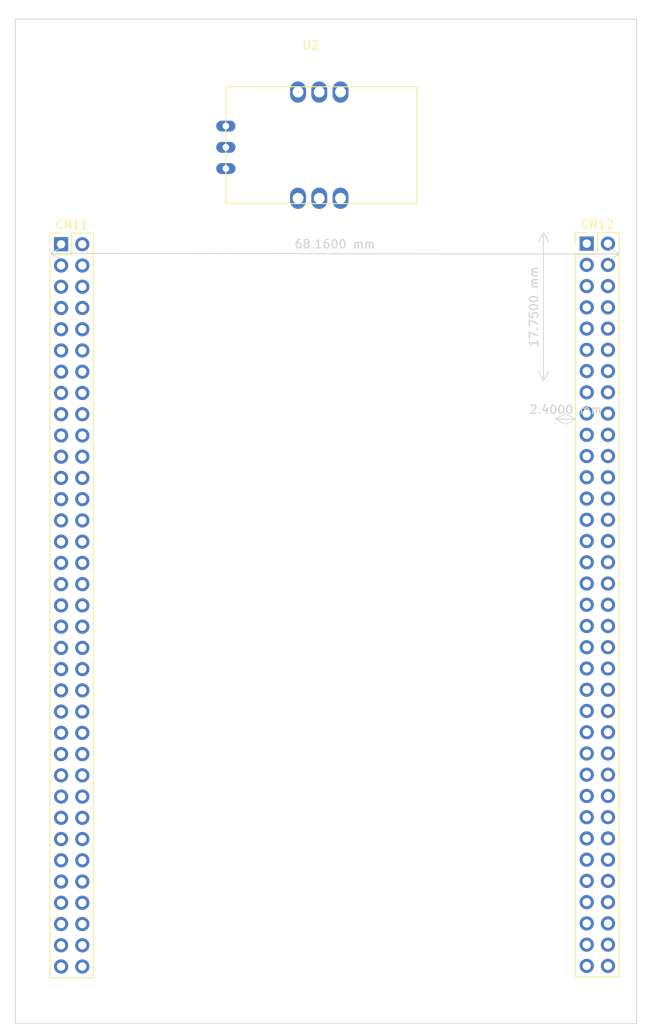
<source format=kicad_pcb>
(kicad_pcb (version 20211014) (generator pcbnew)
  (layers (0 "F.Cu" signal) (31 "B.Cu" signal) (34 "B.Paste" user) (35 "F.Paste" user) (36 "B.SilkS" user "B.Silkscreen") (37 "F.SilkS" user "F.Silkscreen") (38 "B.Mask" user) (39 "F.Mask" user) (44 "Edge.Cuts" user))
  (net 0 "")
  (footprint "Sensing lib:LEM-CAS-6-NP" (layer "F.Cu") (at 140.716 29.718)
    (fp_text reference "U2" (at 0 -0.5 unlocked) (layer "F.SilkS"))
    (fp_text value "LEM-CAS-6-NP")
    (fp_rect (start -10.16 18.415) (end -10.16 4.445) (layer "F.SilkS") (width 0.12) (fill none))
    (fp_rect (start -10.16 18.415) (end 12.7 18.415) (layer "F.SilkS") (width 0.12) (fill none))
    (fp_rect (start -10.16 4.445) (end 12.7 4.445) (layer "F.SilkS") (width 0.12) (fill none))
    (fp_rect (start 12.7 4.445) (end 12.7 18.415) (layer "F.SilkS") (width 0.12) (fill none))
    (pad "1" thru_hole oval (at -10.16 9.144) (size 2.3 1.3) (drill oval 0.8) (layers *.Cu *.Mask))
    (pad "2" thru_hole oval (at -10.16 11.684) (size 2.3 1.3) (drill oval 0.8) (layers *.Cu *.Mask))
    (pad "3" thru_hole oval (at -10.16 14.224) (size 2.3 1.3) (drill oval 0.8) (layers *.Cu *.Mask))
    (pad "4" thru_hole oval (at -1.524 5.08) (size 1.9 2.54) (drill 1.3) (layers *.Cu *.Mask))
    (pad "5" thru_hole oval (at 1.016 5.08) (size 1.9 2.54) (drill 1.3) (layers *.Cu *.Mask))
    (pad "6" thru_hole oval (at 3.556 5.08) (size 1.9 2.54) (drill 1.3) (layers *.Cu *.Mask))
    (pad "7" thru_hole oval (at -1.524 17.78) (size 1.9 2.54) (drill 1.3) (layers *.Cu *.Mask))
    (pad "8" thru_hole oval (at 1.016 17.78) (size 1.9 2.54) (drill 1.3) (layers *.Cu *.Mask))
    (pad "9" thru_hole oval (at 3.556 17.78) (size 1.9 2.54) (drill 1.3) (layers *.Cu *.Mask))
  )
  (footprint "Connector_PinHeader_2.54mm:PinHeader_2x35_P2.54mm_Vertical" (layer "F.Cu") (at 110.845 52.995)
    (fp_text reference "CN11" (at 1.27 -2.33) (layer "F.SilkS"))
    (fp_text value "Conn_02x35_Odd_Even")
    (fp_line (start -1.33 -1.33) (end 0 -1.33) (layer "F.SilkS") (width 0.12))
    (fp_line (start -1.33 1.27) (end 1.27 1.27) (layer "F.SilkS") (width 0.12))
    (fp_line (start -1.33 0) (end -1.33 -1.33) (layer "F.SilkS") (width 0.12))
    (fp_line (start 3.87 -1.33) (end 3.87 87.69) (layer "F.SilkS") (width 0.12))
    (fp_line (start -1.33 87.69) (end 3.87 87.69) (layer "F.SilkS") (width 0.12))
    (fp_line (start 1.27 -1.33) (end 3.87 -1.33) (layer "F.SilkS") (width 0.12))
    (fp_line (start -1.33 1.27) (end -1.33 87.69) (layer "F.SilkS") (width 0.12))
    (fp_line (start 1.27 1.27) (end 1.27 -1.33) (layer "F.SilkS") (width 0.12))
    (pad "1" thru_hole rect (at 0 0) (size 1.7 1.7) (drill 1) (layers *.Cu *.Mask))
    (pad "2" thru_hole oval (at 2.54 0) (size 1.7 1.7) (drill 1) (layers *.Cu *.Mask))
    (pad "3" thru_hole oval (at 0 2.54) (size 1.7 1.7) (drill 1) (layers *.Cu *.Mask))
    (pad "4" thru_hole oval (at 2.54 2.54) (size 1.7 1.7) (drill 1) (layers *.Cu *.Mask))
    (pad "5" thru_hole oval (at 0 5.08) (size 1.7 1.7) (drill 1) (layers *.Cu *.Mask))
    (pad "6" thru_hole oval (at 2.54 5.08) (size 1.7 1.7) (drill 1) (layers *.Cu *.Mask))
    (pad "7" thru_hole oval (at 0 7.62) (size 1.7 1.7) (drill 1) (layers *.Cu *.Mask))
    (pad "8" thru_hole oval (at 2.54 7.62) (size 1.7 1.7) (drill 1) (layers *.Cu *.Mask))
    (pad "9" thru_hole oval (at 0 10.16) (size 1.7 1.7) (drill 1) (layers *.Cu *.Mask))
    (pad "10" thru_hole oval (at 2.54 10.16) (size 1.7 1.7) (drill 1) (layers *.Cu *.Mask))
    (pad "11" thru_hole oval (at 0 12.7) (size 1.7 1.7) (drill 1) (layers *.Cu *.Mask))
    (pad "12" thru_hole oval (at 2.54 12.7) (size 1.7 1.7) (drill 1) (layers *.Cu *.Mask))
    (pad "13" thru_hole oval (at 0 15.24) (size 1.7 1.7) (drill 1) (layers *.Cu *.Mask))
    (pad "14" thru_hole oval (at 2.54 15.24) (size 1.7 1.7) (drill 1) (layers *.Cu *.Mask))
    (pad "15" thru_hole oval (at 0 17.78) (size 1.7 1.7) (drill 1) (layers *.Cu *.Mask))
    (pad "16" thru_hole oval (at 2.54 17.78) (size 1.7 1.7) (drill 1) (layers *.Cu *.Mask))
    (pad "17" thru_hole oval (at 0 20.32) (size 1.7 1.7) (drill 1) (layers *.Cu *.Mask))
    (pad "18" thru_hole oval (at 2.54 20.32) (size 1.7 1.7) (drill 1) (layers *.Cu *.Mask))
    (pad "19" thru_hole oval (at 0 22.86) (size 1.7 1.7) (drill 1) (layers *.Cu *.Mask))
    (pad "20" thru_hole oval (at 2.54 22.86) (size 1.7 1.7) (drill 1) (layers *.Cu *.Mask))
    (pad "21" thru_hole oval (at 0 25.4) (size 1.7 1.7) (drill 1) (layers *.Cu *.Mask))
    (pad "22" thru_hole oval (at 2.54 25.4) (size 1.7 1.7) (drill 1) (layers *.Cu *.Mask))
    (pad "23" thru_hole oval (at 0 27.94) (size 1.7 1.7) (drill 1) (layers *.Cu *.Mask))
    (pad "24" thru_hole oval (at 2.54 27.94) (size 1.7 1.7) (drill 1) (layers *.Cu *.Mask))
    (pad "25" thru_hole oval (at 0 30.48) (size 1.7 1.7) (drill 1) (layers *.Cu *.Mask))
    (pad "26" thru_hole oval (at 2.54 30.48) (size 1.7 1.7) (drill 1) (layers *.Cu *.Mask))
    (pad "27" thru_hole oval (at 0 33.02) (size 1.7 1.7) (drill 1) (layers *.Cu *.Mask))
    (pad "28" thru_hole oval (at 2.54 33.02) (size 1.7 1.7) (drill 1) (layers *.Cu *.Mask))
    (pad "29" thru_hole oval (at 0 35.56) (size 1.7 1.7) (drill 1) (layers *.Cu *.Mask))
    (pad "30" thru_hole oval (at 2.54 35.56) (size 1.7 1.7) (drill 1) (layers *.Cu *.Mask))
    (pad "31" thru_hole oval (at 0 38.1) (size 1.7 1.7) (drill 1) (layers *.Cu *.Mask))
    (pad "32" thru_hole oval (at 2.54 38.1) (size 1.7 1.7) (drill 1) (layers *.Cu *.Mask))
    (pad "33" thru_hole oval (at 0 40.64) (size 1.7 1.7) (drill 1) (layers *.Cu *.Mask))
    (pad "34" thru_hole oval (at 2.54 40.64) (size 1.7 1.7) (drill 1) (layers *.Cu *.Mask))
    (pad "35" thru_hole oval (at 0 43.18) (size 1.7 1.7) (drill 1) (layers *.Cu *.Mask))
    (pad "36" thru_hole oval (at 2.54 43.18) (size 1.7 1.7) (drill 1) (layers *.Cu *.Mask))
    (pad "37" thru_hole oval (at 0 45.72) (size 1.7 1.7) (drill 1) (layers *.Cu *.Mask))
    (pad "38" thru_hole oval (at 2.54 45.72) (size 1.7 1.7) (drill 1) (layers *.Cu *.Mask))
    (pad "39" thru_hole oval (at 0 48.26) (size 1.7 1.7) (drill 1) (layers *.Cu *.Mask))
    (pad "40" thru_hole oval (at 2.54 48.26) (size 1.7 1.7) (drill 1) (layers *.Cu *.Mask))
    (pad "41" thru_hole oval (at 0 50.8) (size 1.7 1.7) (drill 1) (layers *.Cu *.Mask))
    (pad "42" thru_hole oval (at 2.54 50.8) (size 1.7 1.7) (drill 1) (layers *.Cu *.Mask))
    (pad "43" thru_hole oval (at 0 53.34) (size 1.7 1.7) (drill 1) (layers *.Cu *.Mask))
    (pad "44" thru_hole oval (at 2.54 53.34) (size 1.7 1.7) (drill 1) (layers *.Cu *.Mask))
    (pad "45" thru_hole oval (at 0 55.88) (size 1.7 1.7) (drill 1) (layers *.Cu *.Mask))
    (pad "46" thru_hole oval (at 2.54 55.88) (size 1.7 1.7) (drill 1) (layers *.Cu *.Mask))
    (pad "47" thru_hole oval (at 0 58.42) (size 1.7 1.7) (drill 1) (layers *.Cu *.Mask))
    (pad "48" thru_hole oval (at 2.54 58.42) (size 1.7 1.7) (drill 1) (layers *.Cu *.Mask))
    (pad "49" thru_hole oval (at 0 60.96) (size 1.7 1.7) (drill 1) (layers *.Cu *.Mask))
    (pad "50" thru_hole oval (at 2.54 60.96) (size 1.7 1.7) (drill 1) (layers *.Cu *.Mask))
    (pad "51" thru_hole oval (at 0 63.5) (size 1.7 1.7) (drill 1) (layers *.Cu *.Mask))
    (pad "52" thru_hole oval (at 2.54 63.5) (size 1.7 1.7) (drill 1) (layers *.Cu *.Mask))
    (pad "53" thru_hole oval (at 0 66.04) (size 1.7 1.7) (drill 1) (layers *.Cu *.Mask))
    (pad "54" thru_hole oval (at 2.54 66.04) (size 1.7 1.7) (drill 1) (layers *.Cu *.Mask))
    (pad "55" thru_hole oval (at 0 68.58) (size 1.7 1.7) (drill 1) (layers *.Cu *.Mask))
    (pad "56" thru_hole oval (at 2.54 68.58) (size 1.7 1.7) (drill 1) (layers *.Cu *.Mask))
    (pad "57" thru_hole oval (at 0 71.12) (size 1.7 1.7) (drill 1) (layers *.Cu *.Mask))
    (pad "58" thru_hole oval (at 2.54 71.12) (size 1.7 1.7) (drill 1) (layers *.Cu *.Mask))
    (pad "59" thru_hole oval (at 0 73.66) (size 1.7 1.7) (drill 1) (layers *.Cu *.Mask))
    (pad "60" thru_hole oval (at 2.54 73.66) (size 1.7 1.7) (drill 1) (layers *.Cu *.Mask))
    (pad "61" thru_hole oval (at 0 76.2) (size 1.7 1.7) (drill 1) (layers *.Cu *.Mask))
    (pad "62" thru_hole oval (at 2.54 76.2) (size 1.7 1.7) (drill 1) (layers *.Cu *.Mask))
    (pad "63" thru_hole oval (at 0 78.74) (size 1.7 1.7) (drill 1) (layers *.Cu *.Mask))
    (pad "64" thru_hole oval (at 2.54 78.74) (size 1.7 1.7) (drill 1) (layers *.Cu *.Mask))
    (pad "65" thru_hole oval (at 0 81.28) (size 1.7 1.7) (drill 1) (layers *.Cu *.Mask))
    (pad "66" thru_hole oval (at 2.54 81.28) (size 1.7 1.7) (drill 1) (layers *.Cu *.Mask))
    (pad "67" thru_hole oval (at 0 83.82) (size 1.7 1.7) (drill 1) (layers *.Cu *.Mask))
    (pad "68" thru_hole oval (at 2.54 83.82) (size 1.7 1.7) (drill 1) (layers *.Cu *.Mask))
    (pad "69" thru_hole oval (at 0 86.36) (size 1.7 1.7) (drill 1) (layers *.Cu *.Mask))
    (pad "70" thru_hole oval (at 2.54 86.36) (size 1.7 1.7) (drill 1) (layers *.Cu *.Mask))
  )
  (footprint "Connector_PinHeader_2.54mm:PinHeader_2x35_P2.54mm_Vertical" (layer "F.Cu") (at 173.73 52.92)
    (fp_text reference "CN12" (at 1.27 -2.33) (layer "F.SilkS"))
    (fp_text value "Conn_02x35_Odd_Even")
    (fp_line (start -1.33 0) (end -1.33 -1.33) (layer "F.SilkS") (width 0.12))
    (fp_line (start 1.27 -1.33) (end 3.87 -1.33) (layer "F.SilkS") (width 0.12))
    (fp_line (start 3.87 -1.33) (end 3.87 87.69) (layer "F.SilkS") (width 0.12))
    (fp_line (start 1.27 1.27) (end 1.27 -1.33) (layer "F.SilkS") (width 0.12))
    (fp_line (start -1.33 1.27) (end 1.27 1.27) (layer "F.SilkS") (width 0.12))
    (fp_line (start -1.33 -1.33) (end 0 -1.33) (layer "F.SilkS") (width 0.12))
    (fp_line (start -1.33 1.27) (end -1.33 87.69) (layer "F.SilkS") (width 0.12))
    (fp_line (start -1.33 87.69) (end 3.87 87.69) (layer "F.SilkS") (width 0.12))
    (pad "1" thru_hole rect (at 0 0) (size 1.7 1.7) (drill 1) (layers *.Cu *.Mask))
    (pad "2" thru_hole oval (at 2.54 0) (size 1.7 1.7) (drill 1) (layers *.Cu *.Mask))
    (pad "3" thru_hole oval (at 0 2.54) (size 1.7 1.7) (drill 1) (layers *.Cu *.Mask))
    (pad "4" thru_hole oval (at 2.54 2.54) (size 1.7 1.7) (drill 1) (layers *.Cu *.Mask))
    (pad "5" thru_hole oval (at 0 5.08) (size 1.7 1.7) (drill 1) (layers *.Cu *.Mask))
    (pad "6" thru_hole oval (at 2.54 5.08) (size 1.7 1.7) (drill 1) (layers *.Cu *.Mask))
    (pad "7" thru_hole oval (at 0 7.62) (size 1.7 1.7) (drill 1) (layers *.Cu *.Mask))
    (pad "8" thru_hole oval (at 2.54 7.62) (size 1.7 1.7) (drill 1) (layers *.Cu *.Mask))
    (pad "9" thru_hole oval (at 0 10.16) (size 1.7 1.7) (drill 1) (layers *.Cu *.Mask))
    (pad "10" thru_hole oval (at 2.54 10.16) (size 1.7 1.7) (drill 1) (layers *.Cu *.Mask))
    (pad "11" thru_hole oval (at 0 12.7) (size 1.7 1.7) (drill 1) (layers *.Cu *.Mask))
    (pad "12" thru_hole oval (at 2.54 12.7) (size 1.7 1.7) (drill 1) (layers *.Cu *.Mask))
    (pad "13" thru_hole oval (at 0 15.24) (size 1.7 1.7) (drill 1) (layers *.Cu *.Mask))
    (pad "14" thru_hole oval (at 2.54 15.24) (size 1.7 1.7) (drill 1) (layers *.Cu *.Mask))
    (pad "15" thru_hole oval (at 0 17.78) (size 1.7 1.7) (drill 1) (layers *.Cu *.Mask))
    (pad "16" thru_hole oval (at 2.54 17.78) (size 1.7 1.7) (drill 1) (layers *.Cu *.Mask))
    (pad "17" thru_hole oval (at 0 20.32) (size 1.7 1.7) (drill 1) (layers *.Cu *.Mask))
    (pad "18" thru_hole oval (at 2.54 20.32) (size 1.7 1.7) (drill 1) (layers *.Cu *.Mask))
    (pad "19" thru_hole oval (at 0 22.86) (size 1.7 1.7) (drill 1) (layers *.Cu *.Mask))
    (pad "20" thru_hole oval (at 2.54 22.86) (size 1.7 1.7) (drill 1) (layers *.Cu *.Mask))
    (pad "21" thru_hole oval (at 0 25.4) (size 1.7 1.7) (drill 1) (layers *.Cu *.Mask))
    (pad "22" thru_hole oval (at 2.54 25.4) (size 1.7 1.7) (drill 1) (layers *.Cu *.Mask))
    (pad "23" thru_hole oval (at 0 27.94) (size 1.7 1.7) (drill 1) (layers *.Cu *.Mask))
    (pad "24" thru_hole oval (at 2.54 27.94) (size 1.7 1.7) (drill 1) (layers *.Cu *.Mask))
    (pad "25" thru_hole oval (at 0 30.48) (size 1.7 1.7) (drill 1) (layers *.Cu *.Mask))
    (pad "26" thru_hole oval (at 2.54 30.48) (size 1.7 1.7) (drill 1) (layers *.Cu *.Mask))
    (pad "27" thru_hole oval (at 0 33.02) (size 1.7 1.7) (drill 1) (layers *.Cu *.Mask))
    (pad "28" thru_hole oval (at 2.54 33.02) (size 1.7 1.7) (drill 1) (layers *.Cu *.Mask))
    (pad "29" thru_hole oval (at 0 35.56) (size 1.7 1.7) (drill 1) (layers *.Cu *.Mask))
    (pad "30" thru_hole oval (at 2.54 35.56) (size 1.7 1.7) (drill 1) (layers *.Cu *.Mask))
    (pad "31" thru_hole oval (at 0 38.1) (size 1.7 1.7) (drill 1) (layers *.Cu *.Mask))
    (pad "32" thru_hole oval (at 2.54 38.1) (size 1.7 1.7) (drill 1) (layers *.Cu *.Mask))
    (pad "33" thru_hole oval (at 0 40.64) (size 1.7 1.7) (drill 1) (layers *.Cu *.Mask))
    (pad "34" thru_hole oval (at 2.54 40.64) (size 1.7 1.7) (drill 1) (layers *.Cu *.Mask))
    (pad "35" thru_hole oval (at 0 43.18) (size 1.7 1.7) (drill 1) (layers *.Cu *.Mask))
    (pad "36" thru_hole oval (at 2.54 43.18) (size 1.7 1.7) (drill 1) (layers *.Cu *.Mask))
    (pad "37" thru_hole oval (at 0 45.72) (size 1.7 1.7) (drill 1) (layers *.Cu *.Mask))
    (pad "38" thru_hole oval (at 2.54 45.72) (size 1.7 1.7) (drill 1) (layers *.Cu *.Mask))
    (pad "39" thru_hole oval (at 0 48.26) (size 1.7 1.7) (drill 1) (layers *.Cu *.Mask))
    (pad "40" thru_hole oval (at 2.54 48.26) (size 1.7 1.7) (drill 1) (layers *.Cu *.Mask))
    (pad "41" thru_hole oval (at 0 50.8) (size 1.7 1.7) (drill 1) (layers *.Cu *.Mask))
    (pad "42" thru_hole oval (at 2.54 50.8) (size 1.7 1.7) (drill 1) (layers *.Cu *.Mask))
    (pad "43" thru_hole oval (at 0 53.34) (size 1.7 1.7) (drill 1) (layers *.Cu *.Mask))
    (pad "44" thru_hole oval (at 2.54 53.34) (size 1.7 1.7) (drill 1) (layers *.Cu *.Mask))
    (pad "45" thru_hole oval (at 0 55.88) (size 1.7 1.7) (drill 1) (layers *.Cu *.Mask))
    (pad "46" thru_hole oval (at 2.54 55.88) (size 1.7 1.7) (drill 1) (layers *.Cu *.Mask))
    (pad "47" thru_hole oval (at 0 58.42) (size 1.7 1.7) (drill 1) (layers *.Cu *.Mask))
    (pad "48" thru_hole oval (at 2.54 58.42) (size 1.7 1.7) (drill 1) (layers *.Cu *.Mask))
    (pad "49" thru_hole oval (at 0 60.96) (size 1.7 1.7) (drill 1) (layers *.Cu *.Mask))
    (pad "50" thru_hole oval (at 2.54 60.96) (size 1.7 1.7) (drill 1) (layers *.Cu *.Mask))
    (pad "51" thru_hole oval (at 0 63.5) (size 1.7 1.7) (drill 1) (layers *.Cu *.Mask))
    (pad "52" thru_hole oval (at 2.54 63.5) (size 1.7 1.7) (drill 1) (layers *.Cu *.Mask))
    (pad "53" thru_hole oval (at 0 66.04) (size 1.7 1.7) (drill 1) (layers *.Cu *.Mask))
    (pad "54" thru_hole oval (at 2.54 66.04) (size 1.7 1.7) (drill 1) (layers *.Cu *.Mask))
    (pad "55" thru_hole oval (at 0 68.58) (size 1.7 1.7) (drill 1) (layers *.Cu *.Mask))
    (pad "56" thru_hole oval (at 2.54 68.58) (size 1.7 1.7) (drill 1) (layers *.Cu *.Mask))
    (pad "57" thru_hole oval (at 0 71.12) (size 1.7 1.7) (drill 1) (layers *.Cu *.Mask))
    (pad "58" thru_hole oval (at 2.54 71.12) (size 1.7 1.7) (drill 1) (layers *.Cu *.Mask))
    (pad "59" thru_hole oval (at 0 73.66) (size 1.7 1.7) (drill 1) (layers *.Cu *.Mask))
    (pad "60" thru_hole oval (at 2.54 73.66) (size 1.7 1.7) (drill 1) (layers *.Cu *.Mask))
    (pad "61" thru_hole oval (at 0 76.2) (size 1.7 1.7) (drill 1) (layers *.Cu *.Mask))
    (pad "62" thru_hole oval (at 2.54 76.2) (size 1.7 1.7) (drill 1) (layers *.Cu *.Mask))
    (pad "63" thru_hole oval (at 0 78.74) (size 1.7 1.7) (drill 1) (layers *.Cu *.Mask))
    (pad "64" thru_hole oval (at 2.54 78.74) (size 1.7 1.7) (drill 1) (layers *.Cu *.Mask))
    (pad "65" thru_hole oval (at 0 81.28) (size 1.7 1.7) (drill 1) (layers *.Cu *.Mask))
    (pad "66" thru_hole oval (at 2.54 81.28) (size 1.7 1.7) (drill 1) (layers *.Cu *.Mask))
    (pad "67" thru_hole oval (at 0 83.82) (size 1.7 1.7) (drill 1) (layers *.Cu *.Mask))
    (pad "68" thru_hole oval (at 2.54 83.82) (size 1.7 1.7) (drill 1) (layers *.Cu *.Mask))
    (pad "69" thru_hole oval (at 0 86.36) (size 1.7 1.7) (drill 1) (layers *.Cu *.Mask))
    (pad "70" thru_hole oval (at 2.54 86.36) (size 1.7 1.7) (drill 1) (layers *.Cu *.Mask))
  )
  (gr_rect (start 105.38 26.08) (end 179.69 146.2) (layer "Edge.Cuts") (width 0.1) (fill none))
  (dimension (type aligned) (layer "Edge.Cuts") (pts (xy 109.52 54.33) (xy 177.68 54.4)) (height -0.240123) (gr_text "68.1600 mm" (at 143.601428 52.974878 359.9411575) (layer "Edge.Cuts") (effects (font (size 1 1) (thickness 0.15)))) (format (units 3) (units_format 1) (precision 4)) (style (thickness 0.1) (arrow_length 1.27) (text_position_mode 0) (extension_height 0.58642) (extension_offset 0.5) keep_text_aligned))
  (dimension (type aligned) (layer "Edge.Cuts") (pts (xy 168.56 51.59) (xy 168.56 69.34)) (height 0) (gr_text "17.7500 mm" (at 167.41 60.465 90) (layer "Edge.Cuts") (effects (font (size 1 1) (thickness 0.15)))) (format (units 3) (units_format 1) (precision 4)) (style (thickness 0.1) (arrow_length 1.27) (text_position_mode 0) (extension_height 0.58642) (extension_offset 0.5) keep_text_aligned))
  (dimension (type aligned) (layer "Edge.Cuts") (pts (xy 172.4 73.92) (xy 170 73.91)) (height 0) (gr_text "2.4000 mm" (at 171.204792 72.76501 -0.2387310331) (layer "Edge.Cuts") (effects (font (size 1 1) (thickness 0.15)))) (format (units 3) (units_format 1) (precision 4)) (style (thickness 0.1) (arrow_length 1.27) (text_position_mode 0) (extension_height 0.58642) (extension_offset 0.5) keep_text_aligned))
)
</source>
